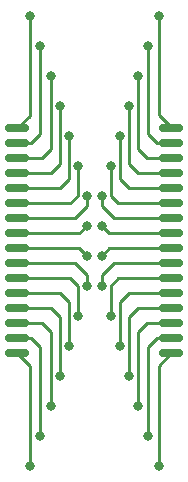
<source format=gtl>
%TF.GenerationSoftware,KiCad,Pcbnew,7.0.1*%
%TF.CreationDate,2024-12-23T01:12:25-08:00*%
%TF.ProjectId,SOP32-DIP32_adapter,534f5033-322d-4444-9950-33325f616461,rev?*%
%TF.SameCoordinates,Original*%
%TF.FileFunction,Copper,L1,Top*%
%TF.FilePolarity,Positive*%
%FSLAX46Y46*%
G04 Gerber Fmt 4.6, Leading zero omitted, Abs format (unit mm)*
G04 Created by KiCad (PCBNEW 7.0.1) date 2024-12-23 01:12:25*
%MOMM*%
%LPD*%
G01*
G04 APERTURE LIST*
G04 Aperture macros list*
%AMRoundRect*
0 Rectangle with rounded corners*
0 $1 Rounding radius*
0 $2 $3 $4 $5 $6 $7 $8 $9 X,Y pos of 4 corners*
0 Add a 4 corners polygon primitive as box body*
4,1,4,$2,$3,$4,$5,$6,$7,$8,$9,$2,$3,0*
0 Add four circle primitives for the rounded corners*
1,1,$1+$1,$2,$3*
1,1,$1+$1,$4,$5*
1,1,$1+$1,$6,$7*
1,1,$1+$1,$8,$9*
0 Add four rect primitives between the rounded corners*
20,1,$1+$1,$2,$3,$4,$5,0*
20,1,$1+$1,$4,$5,$6,$7,0*
20,1,$1+$1,$6,$7,$8,$9,0*
20,1,$1+$1,$8,$9,$2,$3,0*%
G04 Aperture macros list end*
%TA.AperFunction,SMDPad,CuDef*%
%ADD10RoundRect,0.150000X-0.875000X-0.150000X0.875000X-0.150000X0.875000X0.150000X-0.875000X0.150000X0*%
%TD*%
%TA.AperFunction,ViaPad*%
%ADD11C,0.800000*%
%TD*%
%TA.AperFunction,Conductor*%
%ADD12C,0.250000*%
%TD*%
G04 APERTURE END LIST*
D10*
%TO.P,REF\u002A\u002A,1*%
%TO.N,N/C*%
X102150000Y-87125000D03*
%TO.P,REF\u002A\u002A,2*%
X102150000Y-88395000D03*
%TO.P,REF\u002A\u002A,3*%
X102150000Y-89665000D03*
%TO.P,REF\u002A\u002A,4*%
X102150000Y-90935000D03*
%TO.P,REF\u002A\u002A,5*%
X102150000Y-92205000D03*
%TO.P,REF\u002A\u002A,6*%
X102150000Y-93475000D03*
%TO.P,REF\u002A\u002A,7*%
X102150000Y-94745000D03*
%TO.P,REF\u002A\u002A,8*%
X102150000Y-96015000D03*
%TO.P,REF\u002A\u002A,9*%
X102150000Y-97285000D03*
%TO.P,REF\u002A\u002A,10*%
X102150000Y-98555000D03*
%TO.P,REF\u002A\u002A,11*%
X102150000Y-99825000D03*
%TO.P,REF\u002A\u002A,12*%
X102150000Y-101095000D03*
%TO.P,REF\u002A\u002A,13*%
X102150000Y-102365000D03*
%TO.P,REF\u002A\u002A,14*%
X102150000Y-103635000D03*
%TO.P,REF\u002A\u002A,15*%
X102150000Y-104905000D03*
%TO.P,REF\u002A\u002A,16*%
X102150000Y-106175000D03*
%TO.P,REF\u002A\u002A,17*%
X115250000Y-106175000D03*
%TO.P,REF\u002A\u002A,18*%
X115250000Y-104905000D03*
%TO.P,REF\u002A\u002A,19*%
X115250000Y-103635000D03*
%TO.P,REF\u002A\u002A,20*%
X115250000Y-102365000D03*
%TO.P,REF\u002A\u002A,21*%
X115250000Y-101095000D03*
%TO.P,REF\u002A\u002A,22*%
X115250000Y-99825000D03*
%TO.P,REF\u002A\u002A,23*%
X115250000Y-98555000D03*
%TO.P,REF\u002A\u002A,24*%
X115250000Y-97285000D03*
%TO.P,REF\u002A\u002A,25*%
X115250000Y-96015000D03*
%TO.P,REF\u002A\u002A,26*%
X115250000Y-94745000D03*
%TO.P,REF\u002A\u002A,27*%
X115250000Y-93475000D03*
%TO.P,REF\u002A\u002A,28*%
X115250000Y-92205000D03*
%TO.P,REF\u002A\u002A,29*%
X115250000Y-90935000D03*
%TO.P,REF\u002A\u002A,30*%
X115250000Y-89665000D03*
%TO.P,REF\u002A\u002A,31*%
X115250000Y-88395000D03*
%TO.P,REF\u002A\u002A,32*%
X115250000Y-87125000D03*
%TD*%
D11*
%TO.N,*%
X111633000Y-85217000D03*
X108077000Y-92837000D03*
X104140000Y-113157000D03*
X103251000Y-77597000D03*
X105791000Y-108077000D03*
X108080000Y-100460000D03*
X112395000Y-110617000D03*
X107315000Y-90297000D03*
X106556000Y-105540000D03*
X110109000Y-90297000D03*
X106553000Y-87757000D03*
X114173000Y-115697000D03*
X103251000Y-115697000D03*
X109347000Y-95377000D03*
X105029000Y-82677000D03*
X110109000Y-102997000D03*
X105791000Y-85217000D03*
X109350000Y-100460000D03*
X112395000Y-82677000D03*
X109347000Y-92837000D03*
X114173000Y-77597000D03*
X110874000Y-105540000D03*
X108077000Y-97917000D03*
X113284000Y-113157000D03*
X105029000Y-110617000D03*
X113284000Y-80137000D03*
X111633000Y-108077000D03*
X110871000Y-87757000D03*
X104140000Y-80137000D03*
X107318000Y-103000000D03*
X108077000Y-95377000D03*
X109347000Y-97917000D03*
%TD*%
D12*
%TO.N,*%
X115250000Y-94745000D02*
X110366000Y-94745000D01*
X105032000Y-102365000D02*
X105791000Y-103124000D01*
X115277000Y-98552000D02*
X110369000Y-98552000D01*
X102174000Y-90929000D02*
X105032000Y-90929000D01*
X110871000Y-91440000D02*
X110871000Y-87757000D01*
X103251000Y-86042000D02*
X103251000Y-77597000D01*
X104140000Y-87630000D02*
X104140000Y-80137000D01*
X104270000Y-89659000D02*
X105029000Y-88900000D01*
X110109000Y-92837000D02*
X110109000Y-90297000D01*
X103378000Y-88392000D02*
X104140000Y-87630000D01*
X115277000Y-99822000D02*
X110750000Y-99822000D01*
X107439000Y-96015000D02*
X108077000Y-95377000D01*
X108080000Y-99571000D02*
X108080000Y-100460000D01*
X109347000Y-93726000D02*
X109347000Y-92837000D01*
X115247000Y-104902000D02*
X114046000Y-104902000D01*
X113919000Y-88265000D02*
X113284000Y-87630000D01*
X102174000Y-88389000D02*
X102177000Y-88392000D01*
X106680000Y-99822000D02*
X107318000Y-100460000D01*
X115274000Y-88389000D02*
X114043000Y-88389000D01*
X107318000Y-100460000D02*
X107318000Y-103000000D01*
X110747000Y-93475000D02*
X110109000Y-92837000D01*
X109985000Y-96015000D02*
X109347000Y-95377000D01*
X105791000Y-103124000D02*
X105791000Y-108077000D01*
X102150000Y-97285000D02*
X107445000Y-97285000D01*
X115277000Y-101092000D02*
X111639000Y-101092000D01*
X114046000Y-104902000D02*
X113284000Y-105664000D01*
X115274000Y-89659000D02*
X113154000Y-89659000D01*
X107058000Y-94745000D02*
X108077000Y-93726000D01*
X112395000Y-88900000D02*
X112395000Y-82677000D01*
X112392000Y-102365000D02*
X111633000Y-103124000D01*
X114173000Y-77597000D02*
X114173000Y-86018000D01*
X102174000Y-87119000D02*
X103251000Y-86042000D01*
X115250000Y-106175000D02*
X114173000Y-107252000D01*
X104140000Y-105664000D02*
X104140000Y-113157000D01*
X105029000Y-88900000D02*
X105029000Y-82677000D01*
X113154000Y-103635000D02*
X112395000Y-104394000D01*
X109979000Y-97285000D02*
X109347000Y-97917000D01*
X104270000Y-103635000D02*
X105029000Y-104394000D01*
X105032000Y-90929000D02*
X105791000Y-90170000D01*
X106553000Y-91440000D02*
X106553000Y-87757000D01*
X111639000Y-101092000D02*
X110874000Y-101857000D01*
X102177000Y-99822000D02*
X106680000Y-99822000D01*
X115250000Y-96015000D02*
X109985000Y-96015000D01*
X115250000Y-93475000D02*
X110747000Y-93475000D01*
X102150000Y-93475000D02*
X106677000Y-93475000D01*
X102177000Y-88392000D02*
X103378000Y-88392000D01*
X102150000Y-96015000D02*
X107439000Y-96015000D01*
X111633000Y-90170000D02*
X111633000Y-85217000D01*
X110750000Y-99822000D02*
X110112000Y-100460000D01*
X105788000Y-92205000D02*
X106553000Y-91440000D01*
X109350000Y-99571000D02*
X109350000Y-100460000D01*
X102150000Y-103635000D02*
X104270000Y-103635000D01*
X110874000Y-101857000D02*
X110874000Y-105540000D01*
X112395000Y-104394000D02*
X112395000Y-110617000D01*
X102150000Y-94745000D02*
X107058000Y-94745000D01*
X102177000Y-101092000D02*
X105791000Y-101092000D01*
X115274000Y-90929000D02*
X112392000Y-90929000D01*
X102150000Y-104905000D02*
X103381000Y-104905000D01*
X107061000Y-98552000D02*
X108080000Y-99571000D01*
X106556000Y-101857000D02*
X106556000Y-105540000D01*
X110112000Y-100460000D02*
X110109000Y-102997000D01*
X110109000Y-102997000D02*
X110112000Y-103000000D01*
X102174000Y-89659000D02*
X104270000Y-89659000D01*
X115250000Y-102365000D02*
X112392000Y-102365000D01*
X110366000Y-94745000D02*
X109347000Y-93726000D01*
X103505000Y-105029000D02*
X104140000Y-105664000D01*
X111636000Y-92205000D02*
X110871000Y-91440000D01*
X105791000Y-90170000D02*
X105791000Y-85217000D01*
X113284000Y-105664000D02*
X113284000Y-113157000D01*
X106677000Y-93475000D02*
X107315000Y-92837000D01*
X113284000Y-87630000D02*
X113284000Y-80137000D01*
X102177000Y-98552000D02*
X107061000Y-98552000D01*
X103251000Y-107276000D02*
X102150000Y-106175000D01*
X114173000Y-86018000D02*
X115274000Y-87119000D01*
X115250000Y-97285000D02*
X109979000Y-97285000D01*
X105029000Y-104394000D02*
X105029000Y-110617000D01*
X105791000Y-101092000D02*
X106556000Y-101857000D01*
X115250000Y-104905000D02*
X115247000Y-104902000D01*
X111633000Y-103124000D02*
X111633000Y-108077000D01*
X114173000Y-107252000D02*
X114173000Y-115697000D01*
X114043000Y-88389000D02*
X113919000Y-88265000D01*
X103251000Y-115697000D02*
X103251000Y-107276000D01*
X103381000Y-104905000D02*
X103505000Y-105029000D01*
X107315000Y-92837000D02*
X107315000Y-90297000D01*
X110369000Y-98552000D02*
X109350000Y-99571000D01*
X115250000Y-103635000D02*
X113154000Y-103635000D01*
X108077000Y-93726000D02*
X108077000Y-92837000D01*
X113154000Y-89659000D02*
X112395000Y-88900000D01*
X112392000Y-90929000D02*
X111633000Y-90170000D01*
X107445000Y-97285000D02*
X108077000Y-97917000D01*
X115250000Y-92205000D02*
X111636000Y-92205000D01*
X102150000Y-102365000D02*
X105032000Y-102365000D01*
X102150000Y-92205000D02*
X105788000Y-92205000D01*
%TD*%
M02*

</source>
